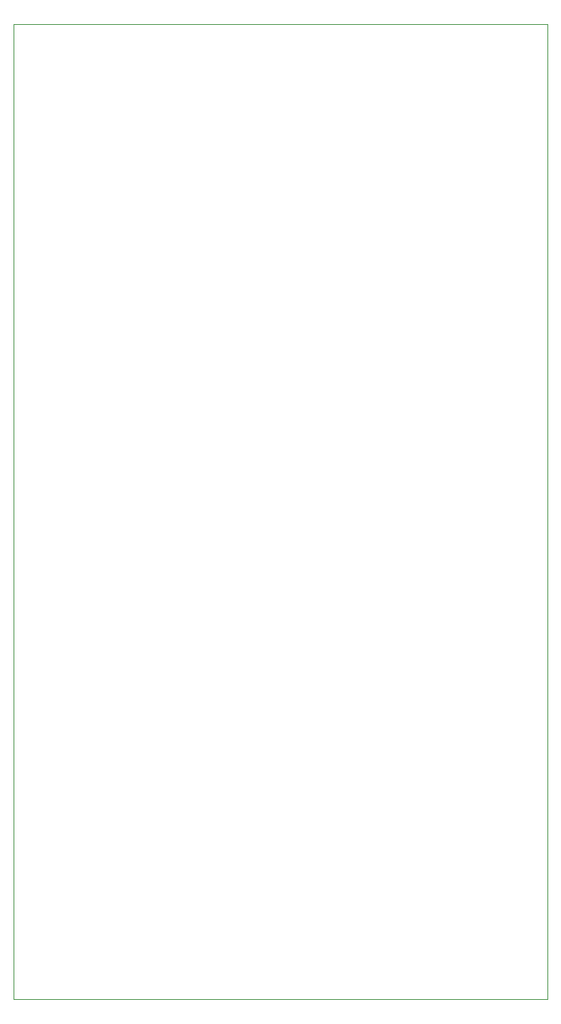
<source format=gbr>
G04 #@! TF.GenerationSoftware,KiCad,Pcbnew,(5.1.5-0)*
G04 #@! TF.CreationDate,2020-08-15T12:00:28+09:00*
G04 #@! TF.ProjectId,3340VCO_pcb_main,33333430-5643-44f5-9f70-63625f6d6169,rev?*
G04 #@! TF.SameCoordinates,PX30a32c0PY9becfe0*
G04 #@! TF.FileFunction,Profile,NP*
%FSLAX46Y46*%
G04 Gerber Fmt 4.6, Leading zero omitted, Abs format (unit mm)*
G04 Created by KiCad (PCBNEW (5.1.5-0)) date 2020-08-15 12:00:28*
%MOMM*%
%LPD*%
G04 APERTURE LIST*
%ADD10C,0.050000*%
G04 APERTURE END LIST*
D10*
X60000000Y0D02*
X0Y0D01*
X0Y109500000D02*
X0Y0D01*
X60000000Y109500000D02*
X0Y109500000D01*
X60000000Y109500000D02*
X60000000Y0D01*
M02*

</source>
